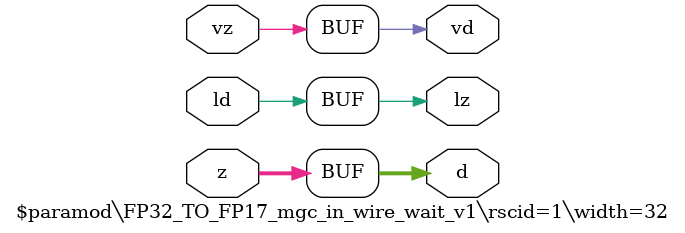
<source format=v>
module \$paramod\FP32_TO_FP17_mgc_in_wire_wait_v1\rscid=1\width=32 (ld, vd, d, lz, vz, z);
  (* src = "./vmod/vlibs/HLS_fp32_to_fp17.v:14" *)
  output [31:0] d;
  (* src = "./vmod/vlibs/HLS_fp32_to_fp17.v:12" *)
  input ld;
  (* src = "./vmod/vlibs/HLS_fp32_to_fp17.v:15" *)
  output lz;
  (* src = "./vmod/vlibs/HLS_fp32_to_fp17.v:13" *)
  output vd;
  (* src = "./vmod/vlibs/HLS_fp32_to_fp17.v:16" *)
  input vz;
  (* src = "./vmod/vlibs/HLS_fp32_to_fp17.v:17" *)
  input [31:0] z;
  assign d = z;
  assign lz = ld;
  assign vd = vz;
endmodule

</source>
